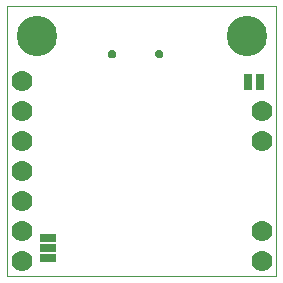
<source format=gbs>
G75*
%MOIN*%
%OFA0B0*%
%FSLAX25Y25*%
%IPPOS*%
%LPD*%
%AMOC8*
5,1,8,0,0,1.08239X$1,22.5*
%
%ADD10C,0.00000*%
%ADD11C,0.13455*%
%ADD12C,0.02762*%
%ADD13C,0.07000*%
%ADD14R,0.02900X0.05400*%
%ADD15R,0.05400X0.02900*%
D10*
X0007800Y0008726D02*
X0007800Y0098727D01*
X0097681Y0098727D01*
X0097681Y0008726D01*
X0007800Y0008726D01*
X0041555Y0082861D02*
X0041557Y0082930D01*
X0041563Y0082998D01*
X0041573Y0083066D01*
X0041587Y0083133D01*
X0041605Y0083200D01*
X0041626Y0083265D01*
X0041652Y0083329D01*
X0041681Y0083391D01*
X0041713Y0083451D01*
X0041749Y0083510D01*
X0041789Y0083566D01*
X0041831Y0083620D01*
X0041877Y0083671D01*
X0041926Y0083720D01*
X0041977Y0083766D01*
X0042031Y0083808D01*
X0042087Y0083848D01*
X0042145Y0083884D01*
X0042206Y0083916D01*
X0042268Y0083945D01*
X0042332Y0083971D01*
X0042397Y0083992D01*
X0042464Y0084010D01*
X0042531Y0084024D01*
X0042599Y0084034D01*
X0042667Y0084040D01*
X0042736Y0084042D01*
X0042805Y0084040D01*
X0042873Y0084034D01*
X0042941Y0084024D01*
X0043008Y0084010D01*
X0043075Y0083992D01*
X0043140Y0083971D01*
X0043204Y0083945D01*
X0043266Y0083916D01*
X0043326Y0083884D01*
X0043385Y0083848D01*
X0043441Y0083808D01*
X0043495Y0083766D01*
X0043546Y0083720D01*
X0043595Y0083671D01*
X0043641Y0083620D01*
X0043683Y0083566D01*
X0043723Y0083510D01*
X0043759Y0083451D01*
X0043791Y0083391D01*
X0043820Y0083329D01*
X0043846Y0083265D01*
X0043867Y0083200D01*
X0043885Y0083133D01*
X0043899Y0083066D01*
X0043909Y0082998D01*
X0043915Y0082930D01*
X0043917Y0082861D01*
X0043915Y0082792D01*
X0043909Y0082724D01*
X0043899Y0082656D01*
X0043885Y0082589D01*
X0043867Y0082522D01*
X0043846Y0082457D01*
X0043820Y0082393D01*
X0043791Y0082331D01*
X0043759Y0082270D01*
X0043723Y0082212D01*
X0043683Y0082156D01*
X0043641Y0082102D01*
X0043595Y0082051D01*
X0043546Y0082002D01*
X0043495Y0081956D01*
X0043441Y0081914D01*
X0043385Y0081874D01*
X0043327Y0081838D01*
X0043266Y0081806D01*
X0043204Y0081777D01*
X0043140Y0081751D01*
X0043075Y0081730D01*
X0043008Y0081712D01*
X0042941Y0081698D01*
X0042873Y0081688D01*
X0042805Y0081682D01*
X0042736Y0081680D01*
X0042667Y0081682D01*
X0042599Y0081688D01*
X0042531Y0081698D01*
X0042464Y0081712D01*
X0042397Y0081730D01*
X0042332Y0081751D01*
X0042268Y0081777D01*
X0042206Y0081806D01*
X0042145Y0081838D01*
X0042087Y0081874D01*
X0042031Y0081914D01*
X0041977Y0081956D01*
X0041926Y0082002D01*
X0041877Y0082051D01*
X0041831Y0082102D01*
X0041789Y0082156D01*
X0041749Y0082212D01*
X0041713Y0082270D01*
X0041681Y0082331D01*
X0041652Y0082393D01*
X0041626Y0082457D01*
X0041605Y0082522D01*
X0041587Y0082589D01*
X0041573Y0082656D01*
X0041563Y0082724D01*
X0041557Y0082792D01*
X0041555Y0082861D01*
X0057303Y0082861D02*
X0057305Y0082930D01*
X0057311Y0082998D01*
X0057321Y0083066D01*
X0057335Y0083133D01*
X0057353Y0083200D01*
X0057374Y0083265D01*
X0057400Y0083329D01*
X0057429Y0083391D01*
X0057461Y0083451D01*
X0057497Y0083510D01*
X0057537Y0083566D01*
X0057579Y0083620D01*
X0057625Y0083671D01*
X0057674Y0083720D01*
X0057725Y0083766D01*
X0057779Y0083808D01*
X0057835Y0083848D01*
X0057893Y0083884D01*
X0057954Y0083916D01*
X0058016Y0083945D01*
X0058080Y0083971D01*
X0058145Y0083992D01*
X0058212Y0084010D01*
X0058279Y0084024D01*
X0058347Y0084034D01*
X0058415Y0084040D01*
X0058484Y0084042D01*
X0058553Y0084040D01*
X0058621Y0084034D01*
X0058689Y0084024D01*
X0058756Y0084010D01*
X0058823Y0083992D01*
X0058888Y0083971D01*
X0058952Y0083945D01*
X0059014Y0083916D01*
X0059074Y0083884D01*
X0059133Y0083848D01*
X0059189Y0083808D01*
X0059243Y0083766D01*
X0059294Y0083720D01*
X0059343Y0083671D01*
X0059389Y0083620D01*
X0059431Y0083566D01*
X0059471Y0083510D01*
X0059507Y0083451D01*
X0059539Y0083391D01*
X0059568Y0083329D01*
X0059594Y0083265D01*
X0059615Y0083200D01*
X0059633Y0083133D01*
X0059647Y0083066D01*
X0059657Y0082998D01*
X0059663Y0082930D01*
X0059665Y0082861D01*
X0059663Y0082792D01*
X0059657Y0082724D01*
X0059647Y0082656D01*
X0059633Y0082589D01*
X0059615Y0082522D01*
X0059594Y0082457D01*
X0059568Y0082393D01*
X0059539Y0082331D01*
X0059507Y0082270D01*
X0059471Y0082212D01*
X0059431Y0082156D01*
X0059389Y0082102D01*
X0059343Y0082051D01*
X0059294Y0082002D01*
X0059243Y0081956D01*
X0059189Y0081914D01*
X0059133Y0081874D01*
X0059075Y0081838D01*
X0059014Y0081806D01*
X0058952Y0081777D01*
X0058888Y0081751D01*
X0058823Y0081730D01*
X0058756Y0081712D01*
X0058689Y0081698D01*
X0058621Y0081688D01*
X0058553Y0081682D01*
X0058484Y0081680D01*
X0058415Y0081682D01*
X0058347Y0081688D01*
X0058279Y0081698D01*
X0058212Y0081712D01*
X0058145Y0081730D01*
X0058080Y0081751D01*
X0058016Y0081777D01*
X0057954Y0081806D01*
X0057893Y0081838D01*
X0057835Y0081874D01*
X0057779Y0081914D01*
X0057725Y0081956D01*
X0057674Y0082002D01*
X0057625Y0082051D01*
X0057579Y0082102D01*
X0057537Y0082156D01*
X0057497Y0082212D01*
X0057461Y0082270D01*
X0057429Y0082331D01*
X0057400Y0082393D01*
X0057374Y0082457D01*
X0057353Y0082522D01*
X0057335Y0082589D01*
X0057321Y0082656D01*
X0057311Y0082724D01*
X0057305Y0082792D01*
X0057303Y0082861D01*
D11*
X0087800Y0088726D03*
X0017800Y0088726D03*
D12*
X0042736Y0082861D03*
X0058484Y0082861D03*
D13*
X0092800Y0063726D03*
X0092800Y0053726D03*
X0092800Y0023726D03*
X0092800Y0013726D03*
X0012800Y0013726D03*
X0012800Y0023726D03*
X0012800Y0033726D03*
X0012800Y0043726D03*
X0012800Y0053726D03*
X0012800Y0063726D03*
X0012800Y0073726D03*
D14*
X0088200Y0073326D03*
X0092200Y0073326D03*
D15*
X0021400Y0021326D03*
X0021400Y0018126D03*
X0021400Y0014926D03*
M02*

</source>
